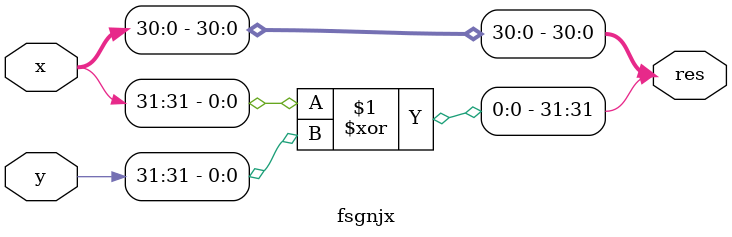
<source format=v>
`default_nettype none

module fsgnjx
    (
        input wire [31:0] x,
        input wire [31:0] y,
        output wire [31:0] res
    );

    assign res = {x[31] ^ y[31],x[30:0]};

endmodule

`default_nettype wire
</source>
